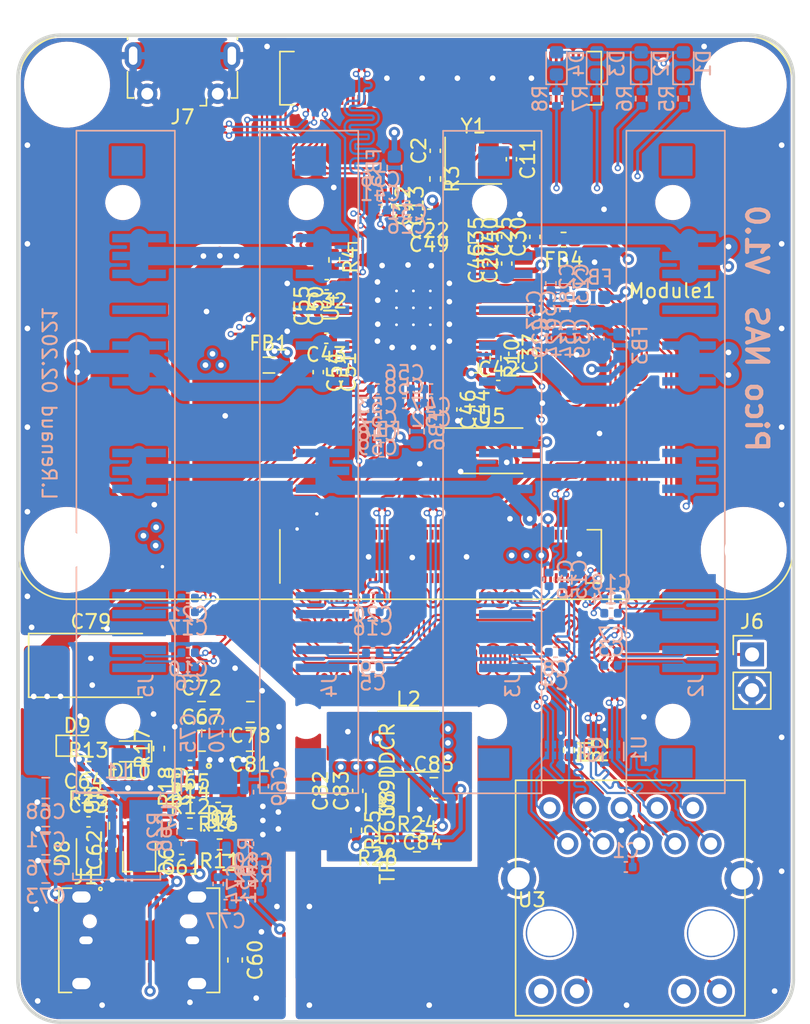
<source format=kicad_pcb>
(kicad_pcb (version 20210126) (generator pcbnew)

  (general
    (thickness 1)
  )

  (paper "A4")
  (layers
    (0 "F.Cu" signal)
    (1 "In1.Cu" power)
    (2 "In2.Cu" power)
    (31 "B.Cu" signal)
    (32 "B.Adhes" user "B.Adhesive")
    (33 "F.Adhes" user "F.Adhesive")
    (34 "B.Paste" user)
    (35 "F.Paste" user)
    (36 "B.SilkS" user "B.Silkscreen")
    (37 "F.SilkS" user "F.Silkscreen")
    (38 "B.Mask" user)
    (39 "F.Mask" user)
    (40 "Dwgs.User" user "User.Drawings")
    (41 "Cmts.User" user "User.Comments")
    (42 "Eco1.User" user "User.Eco1")
    (43 "Eco2.User" user "User.Eco2")
    (44 "Edge.Cuts" user)
    (45 "Margin" user)
    (46 "B.CrtYd" user "B.Courtyard")
    (47 "F.CrtYd" user "F.Courtyard")
    (48 "B.Fab" user)
    (49 "F.Fab" user)
    (50 "User.1" user)
    (51 "User.2" user)
    (52 "User.3" user)
    (53 "User.4" user)
    (54 "User.5" user)
    (55 "User.6" user)
    (56 "User.7" user)
    (57 "User.8" user)
    (58 "User.9" user)
  )

  (setup
    (stackup
      (layer "F.SilkS" (type "Top Silk Screen"))
      (layer "F.Paste" (type "Top Solder Paste"))
      (layer "F.Mask" (type "Top Solder Mask") (color "Green") (thickness 0.01))
      (layer "F.Cu" (type "copper") (thickness 0.035))
      (layer "dielectric 1" (type "prepreg") (thickness 0.1) (material "FR4") (epsilon_r 4.5) (loss_tangent 0.02))
      (layer "In1.Cu" (type "copper") (thickness 0.0175))
      (layer "dielectric 2" (type "core") (thickness 0.665) (material "FR4") (epsilon_r 4.5) (loss_tangent 0.02))
      (layer "In2.Cu" (type "copper") (thickness 0.0175))
      (layer "dielectric 3" (type "prepreg") (thickness 0.1) (material "FR4") (epsilon_r 4.5) (loss_tangent 0.02))
      (layer "B.Cu" (type "copper") (thickness 0.035))
      (layer "B.Mask" (type "Bottom Solder Mask") (color "Green") (thickness 0.01))
      (layer "B.Paste" (type "Bottom Solder Paste"))
      (layer "B.SilkS" (type "Bottom Silk Screen"))
      (copper_finish "None")
      (dielectric_constraints yes)
    )
    (aux_axis_origin 171.2 118.5)
    (grid_origin 171.2 118.5)
    (pcbplotparams
      (layerselection 0x00010f0_ffffffff)
      (disableapertmacros false)
      (usegerberextensions false)
      (usegerberattributes true)
      (usegerberadvancedattributes true)
      (creategerberjobfile true)
      (svguseinch false)
      (svgprecision 6)
      (excludeedgelayer true)
      (plotframeref false)
      (viasonmask false)
      (mode 1)
      (useauxorigin true)
      (hpglpennumber 1)
      (hpglpenspeed 20)
      (hpglpendiameter 15.000000)
      (dxfpolygonmode true)
      (dxfimperialunits true)
      (dxfusepcbnewfont true)
      (psnegative false)
      (psa4output false)
      (plotreference false)
      (plotvalue false)
      (plotinvisibletext false)
      (sketchpadsonfab false)
      (subtractmaskfromsilk false)
      (outputformat 1)
      (mirror false)
      (drillshape 0)
      (scaleselection 1)
      (outputdirectory "Gerber/")
    )
  )


  (net 0 "")
  (net 1 "GND")
  (net 2 "Net-(C1-Pad1)")
  (net 3 "Net-(R1-Pad2)")
  (net 4 "/CM4/PCIE_RX_P")
  (net 5 "Net-(R2-Pad2)")
  (net 6 "/CM4/PCIE_RX_N")
  (net 7 "unconnected-(J1-PadA2)")
  (net 8 "unconnected-(J1-PadA3)")
  (net 9 "unconnected-(J1-PadA6)")
  (net 10 "unconnected-(J1-PadA7)")
  (net 11 "unconnected-(J1-PadA8)")
  (net 12 "unconnected-(J1-PadA10)")
  (net 13 "unconnected-(J1-PadA11)")
  (net 14 "unconnected-(J1-PadB2)")
  (net 15 "unconnected-(J1-PadB3)")
  (net 16 "unconnected-(J1-PadB6)")
  (net 17 "unconnected-(J1-PadB7)")
  (net 18 "unconnected-(J1-PadB8)")
  (net 19 "unconnected-(J1-PadB10)")
  (net 20 "unconnected-(J1-PadB11)")
  (net 21 "unconnected-(J2-Pad18)")
  (net 22 "unconnected-(J3-Pad18)")
  (net 23 "unconnected-(J4-Pad18)")
  (net 24 "unconnected-(J5-Pad18)")
  (net 25 "/CM4/n_eeprom_en")
  (net 26 "unconnected-(J7-Pad1)")
  (net 27 "/CM4/USB-")
  (net 28 "/CM4/USB+")
  (net 29 "/CM4/OTG_ID")
  (net 30 "/CM4/TRD3+")
  (net 31 "/CM4/TRD1+")
  (net 32 "/CM4/TRD3-")
  (net 33 "/CM4/TRD1-")
  (net 34 "/CM4/TRD2+")
  (net 35 "/CM4/TRD0+")
  (net 36 "/CM4/TRD2-")
  (net 37 "/CM4/TRD0-")
  (net 38 "/CM4/LEDY")
  (net 39 "unconnected-(Module1-Pad16)")
  (net 40 "/CM4/LEDG")
  (net 41 "unconnected-(Module1-Pad18)")
  (net 42 "unconnected-(Module1-Pad19)")
  (net 43 "unconnected-(Module1-Pad20)")
  (net 44 "unconnected-(Module1-Pad21)")
  (net 45 "unconnected-(Module1-Pad24)")
  (net 46 "unconnected-(Module1-Pad25)")
  (net 47 "unconnected-(Module1-Pad26)")
  (net 48 "unconnected-(Module1-Pad27)")
  (net 49 "unconnected-(Module1-Pad28)")
  (net 50 "unconnected-(Module1-Pad29)")
  (net 51 "unconnected-(Module1-Pad30)")
  (net 52 "unconnected-(Module1-Pad31)")
  (net 53 "unconnected-(Module1-Pad34)")
  (net 54 "unconnected-(Module1-Pad35)")
  (net 55 "unconnected-(Module1-Pad36)")
  (net 56 "unconnected-(Module1-Pad37)")
  (net 57 "unconnected-(Module1-Pad38)")
  (net 58 "unconnected-(Module1-Pad39)")
  (net 59 "unconnected-(Module1-Pad40)")
  (net 60 "unconnected-(Module1-Pad41)")
  (net 61 "unconnected-(Module1-Pad44)")
  (net 62 "unconnected-(Module1-Pad45)")
  (net 63 "unconnected-(Module1-Pad46)")
  (net 64 "unconnected-(Module1-Pad47)")
  (net 65 "unconnected-(Module1-Pad48)")
  (net 66 "unconnected-(Module1-Pad49)")
  (net 67 "unconnected-(Module1-Pad50)")
  (net 68 "unconnected-(Module1-Pad51)")
  (net 69 "unconnected-(Module1-Pad54)")
  (net 70 "unconnected-(Module1-Pad55)")
  (net 71 "unconnected-(Module1-Pad56)")
  (net 72 "unconnected-(Module1-Pad57)")
  (net 73 "unconnected-(Module1-Pad58)")
  (net 74 "unconnected-(Module1-Pad61)")
  (net 75 "unconnected-(Module1-Pad62)")
  (net 76 "unconnected-(Module1-Pad63)")
  (net 77 "unconnected-(Module1-Pad64)")
  (net 78 "unconnected-(Module1-Pad67)")
  (net 79 "unconnected-(Module1-Pad68)")
  (net 80 "unconnected-(Module1-Pad69)")
  (net 81 "unconnected-(Module1-Pad70)")
  (net 82 "unconnected-(Module1-Pad72)")
  (net 83 "unconnected-(Module1-Pad73)")
  (net 84 "unconnected-(Module1-Pad75)")
  (net 85 "Net-(C2-Pad1)")
  (net 86 "/PCIe_sata/TX00+")
  (net 87 "/PCIe_sata/TX0+")
  (net 88 "/PCIe_sata/TX01+")
  (net 89 "/PCIe_sata/TX1+")
  (net 90 "/PCIe_sata/TX02+")
  (net 91 "/PCIe_sata/TX2+")
  (net 92 "/PCIe_sata/TX03+")
  (net 93 "/PCIe_sata/TX3+")
  (net 94 "/PCIe_sata/TX00-")
  (net 95 "/PCIe_sata/TX0-")
  (net 96 "/PCIe_sata/TX01-")
  (net 97 "/PCIe_sata/TX1-")
  (net 98 "/PCIe_sata/TX02-")
  (net 99 "/PCIe_sata/TX2-")
  (net 100 "/PCIe_sata/TX03-")
  (net 101 "/PCIe_sata/TX3-")
  (net 102 "Net-(C11-Pad1)")
  (net 103 "Net-(C12-Pad2)")
  (net 104 "unconnected-(Module1-Pad76)")
  (net 105 "Net-(C13-Pad2)")
  (net 106 "/PCIe_sata/RX00-")
  (net 107 "/PCIe_sata/RX0-")
  (net 108 "/PCIe_sata/RX01-")
  (net 109 "/PCIe_sata/RX1-")
  (net 110 "/PCIe_sata/RX02-")
  (net 111 "/PCIe_sata/RX2-")
  (net 112 "/PCIe_sata/RX03-")
  (net 113 "/PCIe_sata/RX3-")
  (net 114 "/PCIe_sata/RX00+")
  (net 115 "/PCIe_sata/RX0+")
  (net 116 "/PCIe_sata/RX01+")
  (net 117 "/PCIe_sata/RX1+")
  (net 118 "/PCIe_sata/RX02+")
  (net 119 "/PCIe_sata/RX2+")
  (net 120 "/PCIe_sata/RX03+")
  (net 121 "/PCIe_sata/RX3+")
  (net 122 "/PCIe_sata/VAA2_0")
  (net 123 "/PCIe_sata/VAA2_1")
  (net 124 "/PCIe_sata/VAA1")
  (net 125 "/PCIe_sata/AVDD0")
  (net 126 "+3V3")
  (net 127 "/PCIe_sata/VAA2_2")
  (net 128 "/PCIe_sata/VAA2_3")
  (net 129 "Net-(D1-Pad1)")
  (net 130 "Net-(D2-Pad1)")
  (net 131 "Net-(D3-Pad1)")
  (net 132 "Net-(D4-Pad1)")
  (net 133 "+1V0")
  (net 134 "+1V8")
  (net 135 "+12V")
  (net 136 "unconnected-(Module1-Pad78)")
  (net 137 "+5V")
  (net 138 "unconnected-(Module1-Pad80)")
  (net 139 "unconnected-(Module1-Pad82)")
  (net 140 "unconnected-(Module1-Pad89)")
  (net 141 "unconnected-(Module1-Pad91)")
  (net 142 "unconnected-(Module1-Pad92)")
  (net 143 "unconnected-(Module1-Pad94)")
  (net 144 "unconnected-(Module1-Pad95)")
  (net 145 "unconnected-(Module1-Pad96)")
  (net 146 "unconnected-(Module1-Pad97)")
  (net 147 "unconnected-(Module1-Pad99)")
  (net 148 "unconnected-(Module1-Pad100)")
  (net 149 "/CM4/PCIE_CLK_nREQ")
  (net 150 "unconnected-(Module1-Pad104)")
  (net 151 "unconnected-(Module1-Pad106)")
  (net 152 "/CM4/PCIE_nRST")
  (net 153 "/CM4/PCIE_CLK_P")
  (net 154 "unconnected-(Module1-Pad111)")
  (net 155 "/CM4/PCIE_CLK_N")
  (net 156 "unconnected-(Module1-Pad115)")
  (net 157 "unconnected-(Module1-Pad117)")
  (net 158 "unconnected-(Module1-Pad121)")
  (net 159 "/CM4/PCIE_TX_P")
  (net 160 "unconnected-(Module1-Pad123)")
  (net 161 "/CM4/PCIE_TX_N")
  (net 162 "Net-(R3-Pad2)")
  (net 163 "unconnected-(Module1-Pad127)")
  (net 164 "unconnected-(Module1-Pad128)")
  (net 165 "/PCIe_sata/led1")
  (net 166 "/PCIe_sata/led2")
  (net 167 "/PCIe_sata/led3")
  (net 168 "/PCIe_sata/led4")
  (net 169 "Net-(R10-Pad1)")
  (net 170 "unconnected-(Module1-Pad129)")
  (net 171 "unconnected-(Module1-Pad130)")
  (net 172 "unconnected-(Module1-Pad133)")
  (net 173 "unconnected-(Module1-Pad134)")
  (net 174 "unconnected-(Module1-Pad135)")
  (net 175 "unconnected-(Module1-Pad136)")
  (net 176 "unconnected-(Module1-Pad139)")
  (net 177 "unconnected-(Module1-Pad140)")
  (net 178 "unconnected-(Module1-Pad141)")
  (net 179 "unconnected-(Module1-Pad142)")
  (net 180 "unconnected-(Module1-Pad143)")
  (net 181 "unconnected-(Module1-Pad145)")
  (net 182 "unconnected-(Module1-Pad146)")
  (net 183 "unconnected-(Module1-Pad147)")
  (net 184 "unconnected-(Module1-Pad148)")
  (net 185 "unconnected-(Module1-Pad149)")
  (net 186 "unconnected-(Module1-Pad151)")
  (net 187 "unconnected-(Module1-Pad152)")
  (net 188 "unconnected-(Module1-Pad153)")
  (net 189 "unconnected-(Module1-Pad154)")
  (net 190 "unconnected-(Module1-Pad157)")
  (net 191 "unconnected-(Module1-Pad158)")
  (net 192 "unconnected-(Module1-Pad159)")
  (net 193 "unconnected-(Module1-Pad160)")
  (net 194 "unconnected-(Module1-Pad163)")
  (net 195 "unconnected-(Module1-Pad164)")
  (net 196 "unconnected-(Module1-Pad165)")
  (net 197 "unconnected-(Module1-Pad166)")
  (net 198 "unconnected-(Module1-Pad169)")
  (net 199 "unconnected-(Module1-Pad170)")
  (net 200 "unconnected-(Module1-Pad171)")
  (net 201 "unconnected-(Module1-Pad172)")
  (net 202 "unconnected-(Module1-Pad175)")
  (net 203 "unconnected-(Module1-Pad176)")
  (net 204 "unconnected-(Module1-Pad177)")
  (net 205 "unconnected-(Module1-Pad178)")
  (net 206 "unconnected-(Module1-Pad181)")
  (net 207 "unconnected-(Module1-Pad182)")
  (net 208 "unconnected-(Module1-Pad183)")
  (net 209 "unconnected-(Module1-Pad184)")
  (net 210 "unconnected-(Module1-Pad187)")
  (net 211 "unconnected-(Module1-Pad188)")
  (net 212 "unconnected-(Module1-Pad189)")
  (net 213 "unconnected-(Module1-Pad190)")
  (net 214 "unconnected-(Module1-Pad193)")
  (net 215 "unconnected-(Module1-Pad194)")
  (net 216 "unconnected-(Module1-Pad195)")
  (net 217 "unconnected-(Module1-Pad196)")
  (net 218 "unconnected-(Module1-Pad199)")
  (net 219 "unconnected-(Module1-Pad200)")
  (net 220 "/PCIe_sata/SPI_DO")
  (net 221 "/PCIe_sata/SPI_CS")
  (net 222 "/PCIe_sata/SPI_DI")
  (net 223 "Net-(C66-Pad2)")
  (net 224 "Net-(C66-Pad1)")
  (net 225 "Net-(C69-Pad2)")
  (net 226 "Net-(C77-Pad2)")
  (net 227 "Net-(C80-Pad1)")
  (net 228 "Net-(L1-Pad1)")
  (net 229 "/PCIe_sata/SPI_CLK")
  (net 230 "unconnected-(U4-Pad21)")
  (net 231 "unconnected-(U4-Pad38)")
  (net 232 "Net-(C74-Pad2)")
  (net 233 "VBUS")
  (net 234 "Net-(C61-Pad1)")
  (net 235 "Net-(C63-Pad2)")
  (net 236 "Net-(C64-Pad2)")
  (net 237 "Net-(C65-Pad2)")
  (net 238 "Net-(D9-Pad1)")
  (net 239 "Net-(D10-Pad1)")
  (net 240 "/Power/CC1")
  (net 241 "/Power/CC2")
  (net 242 "Net-(Q1-Pad3)")
  (net 243 "/Power/SLC")
  (net 244 "/Power/Vbus_vs_Disch")
  (net 245 "/Power/SDA")
  (net 246 "Net-(R15-Pad1)")
  (net 247 "Net-(R17-Pad1)")
  (net 248 "Net-(R18-Pad2)")
  (net 249 "unconnected-(U4-Pad60)")
  (net 250 "unconnected-(U4-Pad63)")
  (net 251 "unconnected-(U4-Pad64)")
  (net 252 "unconnected-(U4-Pad65)")
  (net 253 "unconnected-(U4-Pad66)")
  (net 254 "unconnected-(U4-Pad67)")
  (net 255 "unconnected-(U4-Pad72)")
  (net 256 "unconnected-(U4-Pad73)")
  (net 257 "unconnected-(U4-Pad74)")
  (net 258 "unconnected-(U4-Pad75)")
  (net 259 "unconnected-(U4-Pad76)")
  (net 260 "unconnected-(U6-Pad3)")
  (net 261 "unconnected-(U6-Pad6)")
  (net 262 "unconnected-(U6-Pad11)")
  (net 263 "unconnected-(U6-Pad15)")
  (net 264 "unconnected-(U6-Pad17)")
  (net 265 "unconnected-(U6-Pad19)")
  (net 266 "VDD")
  (net 267 "unconnected-(U4-Pad35)")
  (net 268 "unconnected-(U4-Pad37)")
  (net 269 "unconnected-(U4-Pad43)")
  (net 270 "unconnected-(U4-Pad46)")
  (net 271 "unconnected-(U4-Pad47)")
  (net 272 "unconnected-(U4-Pad48)")
  (net 273 "unconnected-(U4-Pad49)")
  (net 274 "unconnected-(U4-Pad50)")
  (net 275 "unconnected-(U4-Pad57)")
  (net 276 "Net-(C84-Pad2)")
  (net 277 "Net-(R24-Pad1)")
  (net 278 "Net-(R25-Pad1)")
  (net 279 "Net-(C84-Pad1)")
  (net 280 "unconnected-(U8-Pad5)")

  (footprint "Capacitor_SMD:C_0402_1005Metric" (layer "F.Cu") (at 183.5 100.3 180))

  (footprint "Capacitor_SMD:C_0402_1005Metric" (layer "F.Cu") (at 200 104.6 180))

  (footprint "Capacitor_SMD:C_0402_1005Metric" (layer "F.Cu") (at 177.9 106.3 90))

  (footprint "Capacitor_SMD:C_0805_2012Metric" (layer "F.Cu") (at 184.32 96.5))

  (footprint "Resistor_SMD:R_0402_1005Metric" (layer "F.Cu") (at 195.3 104.9 -90))

  (footprint "Capacitor_SMD:C_0402_1005Metric" (layer "F.Cu") (at 207.97 62.8 90))

  (footprint "Capacitor_SMD:C_0402_1005Metric" (layer "F.Cu") (at 206.475 71.1 -90))

  (footprint "Crystal:Crystal_SMD_Abracon_ABM8G-4Pin_3.2x2.5mm" (layer "F.Cu") (at 203.6 57.4))

  (footprint "LED_SMD:LED_0603_1608Metric" (layer "F.Cu") (at 179.3 99.3 180))

  (footprint "Capacitor_SMD:C_0402_1005Metric" (layer "F.Cu") (at 175.97 102.6))

  (footprint "Resistor_SMD:R_0402_1005Metric" (layer "F.Cu") (at 185.5 103.3 180))

  (footprint "Inductor_SMD:L_Coilcraft_XxL4020" (layer "F.Cu") (at 199 98.6))

  (footprint "Capacitor_SMD:C_0402_1005Metric" (layer "F.Cu") (at 204.97 64.7 90))

  (footprint "CM4+NAS:TPS56339DDCR" (layer "F.Cu") (at 197.5 103 -90))

  (footprint "Capacitor_SMD:C_0603_1608Metric" (layer "F.Cu") (at 194.2 102.1 90))

  (footprint "Resistor_SMD:R_0402_1005Metric" (layer "F.Cu") (at 184 101.8 90))

  (footprint "Capacitor_SMD:C_0402_1005Metric" (layer "F.Cu") (at 200.47 62.2 180))

  (footprint "Capacitor_SMD:C_0402_1005Metric" (layer "F.Cu") (at 192.6 72.4 -90))

  (footprint "CM4+NAS:1610" (layer "F.Cu") (at 185.6 107.2 180))

  (footprint "Capacitor_SMD:C_0402_1005Metric" (layer "F.Cu") (at 206.3 57.3 -90))

  (footprint "Resistor_SMD:R_0402_1005Metric" (layer "F.Cu") (at 205.175 71.425 -90))

  (footprint "Connector_PinHeader_2.54mm:PinHeader_1x02_P2.54mm_Vertical" (layer "F.Cu") (at 223.37 92.425))

  (footprint "Resistor_SMD:R_0402_1005Metric" (layer "F.Cu") (at 211.47 99.2 -90))

  (footprint "Resistor_SMD:R_0402_1005Metric" (layer "F.Cu") (at 200.9 58.7 -90))

  (footprint "Capacitor_SMD:C_0402_1005Metric" (layer "F.Cu") (at 205.97 64.7 90))

  (footprint "Capacitor_Tantalum_SMD:CP_EIA-7343-31_Kemet-D" (layer "F.Cu") (at 176.47 93.2))

  (footprint "Capacitor_SMD:C_0402_1005Metric" (layer "F.Cu") (at 193.6 67.7 90))

  (footprint "Capacitor_SMD:C_0603_1608Metric" (layer "F.Cu") (at 182.9 106.1 180))

  (footprint "Resistor_SMD:R_0402_1005Metric" (layer "F.Cu") (at 210.385 99.21 -90))

  (footprint "Capacitor_SMD:C_0805_2012Metric" (layer "F.Cu") (at 184.32 98.55))

  (footprint "Resistor_SMD:R_0402_1005Metric" (layer "F.Cu") (at 193.74 64.44 -90))

  (footprint "Capacitor_SMD:C_0402_1005Metric" (layer "F.Cu") (at 197.45 60.6 -90))

  (footprint "Capacitor_SMD:C_0402_1005Metric" (layer "F.Cu") (at 193.2 66.2 180))

  (footprint "Package_TO_SOT_SMD:SOT-323_SC-70" (layer "F.Cu") (at 179.9 107.1 -90))

  (footprint "Capacitor_SMD:C_0805_2012Metric" (layer "F.Cu") (at 187.77 98.55 180))

  (footprint "Capacitor_SMD:C_0402_1005Metric" (layer "F.Cu") (at 205.37 73.35))

  (footprint "Resistor_SMD:R_0603_1608Metric" (layer "F.Cu") (at 199.6 105.9))

  (footprint "Capacitor_SMD:C_0402_1005Metric" (layer "F.Cu") (at 203.075 75.05 -90))

  (footprint "Capacitor_SMD:C_0402_1005Metric" (layer "F.Cu") (at 193.17 70 180))

  (footprint "Package_DFN_QFN:QFN-24-1EP_4x4mm_P0.5mm_EP2.7x2.7mm" (layer "F.Cu") (at 179.9 102.7 90))

  (footprint "Inductor_SMD:L_0603_1608Metric" (layer "F.Cu") (at 210 63 180))

  (footprint "Resistor_SMD:R_0402_1005Metric" (layer "F.Cu") (at 183.5 104.4))

  (footprint "Capacitor_SMD:C_0603_1608Metric" (layer "F.Cu") (at 186.7 114.1 -90))

  (footprint "CM4+NAS:UDFN6B" (layer "F.Cu") (at 185.9 101.4))

  (footprint "Capacitor_SMD:C_0402_1005Metric" (layer "F.Cu") (at 206.97 62.8 90))

  (footprint "Capacitor_SMD:C_0402_1005Metric" (layer "F.Cu") (at 198.4 60.6 -90))

  (footprint "Capacitor_SMD:C_0402_1005Metric" (layer "F.Cu") (at 200.47 61.2 180))

  (footprint "Capacitor_SMD:C_0805_2012Metric" (layer "F.Cu") (at 200.8 101.9))

  (footprint "Resistor_SMD:R_0402_1005Metric" (layer "F.Cu") (at 176.3 100.4))

  (footprint "Resistor_SMD:R_0402_1005Metric" (layer "F.Cu") (at 183 101.8 90))

  (footprint "Package_SO:TSSOP-8_4.4x3mm_P0.65mm" (layer "F.Cu") (at 204.9 77.975))

  (footprint "Capacitor_SMD:C_0402_1005Metric" (layer "F.Cu") (at 195.4 102.1 90))

  (footprint "Capacitor_SMD:C_0402_1005Metric" (layer "F.Cu") (at 193.6 72.4 -90))

  (footprint "Capacitor_SMD:C_0402_1005Metric" (layer "F.Cu") (at 202.075 75.05 -90))

  (footprint "Diode_SMD:D_0402_1005Metric" (layer "F.Cu") (at 185.6 104.9))

  (footprint "Connector_USB:USB_Micro-B_Molex-105017-0001" (layer "F.Cu")
    (tedit 5A1DC0BE) (tstamp cc9c81f5-4b5a-45b0-8b2c-038f0d5f887f)
    (at 182.97 51.19 180)
    (descr "http://www.molex.com/pdm_docs/sd/1050170001_sd.pdf")
    (tags "Micro-USB SMD Typ-B")
    (property "Sheetfile" "MainBoard.kicad_sch")
    (property "Sheetname" "")
    (path "/d2b05f74-4004-48a8-bebd-cef780176404")
    (attr smd)
    (fp_text reference "J7" (at 0 -3.1125 180) (layer "F.SilkS")
      (effects (font (size 1 1) (thickness 0.15)))
      (tstamp 5858e5ed-0d04-4755-b38f-e4bfb10ea9d6)
    )
    (fp_text value "USB_OTG" (at 0.3 4.3375 180) (layer "F.Fab")
      (effects (font (size 1 1) (thickness 0.15)))
      (tstamp c66c127a-dfc7-4a59-8a87-ddd20e384ac6)
    )
    (fp_text user "PCB Edge" (at 0 2.6875 180) (layer "Dwgs.User")
      (effects (font (size 0.5 0.5) (thickness 0.08)))
      (tstamp 55087175-ab93-4059-9d1f-bdffc3b22e8f)
    )
    (fp_text user "${REFERENCE}" (at 0 0.8875 180) (layer "F.Fab")
      (effects (font (size 1 1) (thickness 0.15)))
      (tstamp 01b133e7-dee2-4268-a0c9-be94ce134b85)
    )
    (fp_line (start -1.7 -2.3125) (end -1.25 -2.3125) (layer "F.SilkS") (width 0.12) (tstamp 12c6c1fb-6ccc-4835-84f3-d2a85398b917))
    (fp_line (start -3.9 0.0875) (end -3.9 -1.7625) (layer "F.SilkS") (width 0.12) (tstamp 22053efd-66b1-4fea-8b8a-1e0c226b4272))
    (fp_line (start -3.9 2.6375) (end -3.9 2.3875) (layer "F.SilkS") (width 0.12) (tstamp 325d53bb-4bd7-4455-a3bf-23ff14f04b6d))
    (fp_line (start -1.7 -2.3125) (end -1.7 -1.8625) (layer "F.SilkS") (width 0.12) (tstamp 44846f5a-ef7d-48f9-acb2-d141e4ea835b))
    (fp_line (start 3.9 -1.7625) (end 3.45 -1.7625) (layer "F.SilkS") (width 0.12) (tstamp ba3491e4-109c-4c78-a68b-c9c429e4b8bf))
    (fp_line (start 3.9 0.0875) (end 3.9 -1.7625) (layer "F.SilkS") (width 0.12) (tstamp c5d42315-0853-4ff7-90c4-8a62655a6e1f))
    (fp_line (start 3.9 2.6375) (end 3.9 2.3875) (layer "F.SilkS") (width 0.12) (tstamp c5d8efc6-0559-4865-9f26-7e3dceb321e4))
    (fp_line (start -3.9 -1.7625) (end -3.45 -1.7625) (layer "F.SilkS") (width 0.12) (tstamp d27563cb-abd5-4a54-8793-b238ec00d2f9))
    (fp_line (start -4.4 3.64) (end 4.4 3.64) (layer "F.CrtYd") (width 0.05) (tstamp 139023bf-0b7d-4e6d-ba3f-1e75d95a2a09))
    (fp_line (start -4.4 -2.46) (end 4.4 -2.46) (layer "F.CrtYd") (width 0.05) (tstamp a10b4400-d5dc-4a9e-a478-59f38f278be4))
    (fp_line (start 4.4 -2.46) (end 4.4 3.64) (layer "F.CrtYd") (width 0.05) (tstamp a50c057c-d9d9-4a93-8e51-a805bbda3e68))
    (fp_line (start -4.4 3.64) (end -4.4 -2.46) (layer "F.CrtYd") (width 0.05) (tstamp fc490679-e464-429c-ae24-7d51ffa2ea46))
    (fp_line (start -1.5 -2.1225) (end -1.5 -1.9125) (layer "F.Fab") (width 0.1) (tstamp 2f84f6d7-159a-4291-abbc-491011f93420))
    (fp_line (start -3.75 -1.6125) (end 3.75 -1.6125) (layer "F.Fab") (width 0.1) (tstamp 3a312690-07f0-45e6-a910-85010ce2b509))
    (fp_line (start -3.75 3.389204) (end 3.75 3.389204) (layer "F.Fab") (width 0.1) (tstamp 3d32c702-806a-4e80-8d3c-ac644e89e3fb))
    (fp_line (start -1.3 -1.7125) (end -1.5 -1.9125) (layer "F.Fab") (width 0.1) (tstamp 3d7edb02-2acb-4257-acb8-078c7d89bda3))
    (fp_line (start -1.1 -1.9125) (end -1.3 -1.7125) (layer "F.Fab") (width 0.1) (tstamp 420d8106-07b1-4c83-83cd-f34677b753e6))
    (fp_line (start -3 2.689204) (end 3 2.689204) (layer "F.Fab") (width 0.1) (tstamp 65c986e3-24f7-453d-b8b3-1318345cbb45))
    (fp_line (start -1.5 -2.1225) (end -1.1 -2.1225) (layer "F.Fab") (width 0.1) (tstamp 86dca73a-726d-4604-83e8-6ea87b6717de))
    (fp_line (start -3.75 3.3875) (end -3.75 -1.6125) (layer "F.Fab") (width 0.1) (tstamp b0af291a-c46c-4cef-838c-18ee4fdb00b1))
    (fp_line (start -1.1 -2.1225) (end -1.1 -1.9125) (layer "F.Fab") (width 0.1) (tstamp bfb08426-9d65-4bfe-b7d9-94c5c2293799))
    (fp_line (start 3.75 3.3875) (end 3.75 -1.6125) (layer "F.Fab") (width 0.1) (tstamp c019e3a4-6ad9-4f4f-9f96-046398dcf833))
    (pad "1" smd rect (at -1.3 -1.4625 180) (locked) (size 0.4 1.35) (layers "F.Cu" "F.Paste" "F.Mask")
      (net 26 "unconnected-(J7-Pad1)") (pinfunction "VBUS") (pintype "passive+no_connect") (tstamp 2ba0d3a6-0442-4767-ba4f-b1ba1e9c88d8))
    (pad "2" smd rect (at -0.65 -
... [3200300 chars truncated]
</source>
